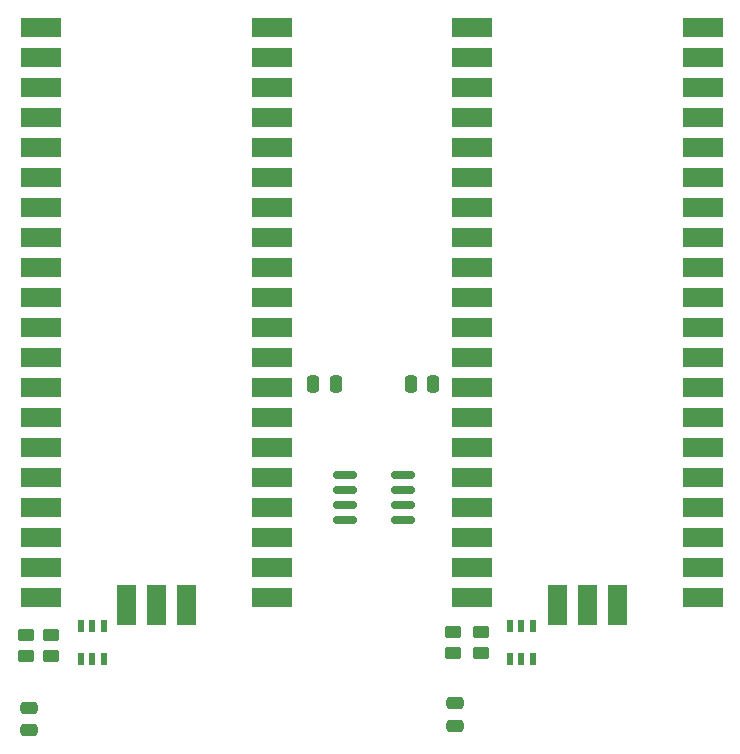
<source format=gbr>
%TF.GenerationSoftware,KiCad,Pcbnew,7.0.9*%
%TF.CreationDate,2024-09-14T16:33:58+02:00*%
%TF.ProjectId,DeskHop_Rev1,4465736b-486f-4705-9f52-6576312e6b69,rev?*%
%TF.SameCoordinates,Original*%
%TF.FileFunction,Paste,Top*%
%TF.FilePolarity,Positive*%
%FSLAX46Y46*%
G04 Gerber Fmt 4.6, Leading zero omitted, Abs format (unit mm)*
G04 Created by KiCad (PCBNEW 7.0.9) date 2024-09-14 16:33:58*
%MOMM*%
%LPD*%
G01*
G04 APERTURE LIST*
G04 Aperture macros list*
%AMRoundRect*
0 Rectangle with rounded corners*
0 $1 Rounding radius*
0 $2 $3 $4 $5 $6 $7 $8 $9 X,Y pos of 4 corners*
0 Add a 4 corners polygon primitive as box body*
4,1,4,$2,$3,$4,$5,$6,$7,$8,$9,$2,$3,0*
0 Add four circle primitives for the rounded corners*
1,1,$1+$1,$2,$3*
1,1,$1+$1,$4,$5*
1,1,$1+$1,$6,$7*
1,1,$1+$1,$8,$9*
0 Add four rect primitives between the rounded corners*
20,1,$1+$1,$2,$3,$4,$5,0*
20,1,$1+$1,$4,$5,$6,$7,0*
20,1,$1+$1,$6,$7,$8,$9,0*
20,1,$1+$1,$8,$9,$2,$3,0*%
G04 Aperture macros list end*
%ADD10C,0.100000*%
%ADD11RoundRect,0.250000X-0.250000X-0.475000X0.250000X-0.475000X0.250000X0.475000X-0.250000X0.475000X0*%
%ADD12RoundRect,0.250000X-0.475000X0.250000X-0.475000X-0.250000X0.475000X-0.250000X0.475000X0.250000X0*%
%ADD13R,0.550013X1.000000*%
%ADD14RoundRect,0.250000X-0.450000X0.262500X-0.450000X-0.262500X0.450000X-0.262500X0.450000X0.262500X0*%
%ADD15RoundRect,0.150000X-0.825000X-0.150000X0.825000X-0.150000X0.825000X0.150000X-0.825000X0.150000X0*%
%ADD16RoundRect,0.250000X0.250000X0.475000X-0.250000X0.475000X-0.250000X-0.475000X0.250000X-0.475000X0*%
G04 APERTURE END LIST*
D10*
X60317381Y-83568061D02*
X57015381Y-83568061D01*
X57015381Y-82044061D01*
X60317381Y-82044061D01*
X60317381Y-83568061D01*
G36*
X60317381Y-83568061D02*
G01*
X57015381Y-83568061D01*
X57015381Y-82044061D01*
X60317381Y-82044061D01*
X60317381Y-83568061D01*
G37*
X96774000Y-81026000D02*
X93472000Y-81026000D01*
X93472000Y-79502000D01*
X96774000Y-79502000D01*
X96774000Y-81026000D01*
G36*
X96774000Y-81026000D02*
G01*
X93472000Y-81026000D01*
X93472000Y-79502000D01*
X96774000Y-79502000D01*
X96774000Y-81026000D01*
G37*
X60315734Y-70825047D02*
X57013734Y-70825047D01*
X57013734Y-69301047D01*
X60315734Y-69301047D01*
X60315734Y-70825047D01*
G36*
X60315734Y-70825047D02*
G01*
X57013734Y-70825047D01*
X57013734Y-69301047D01*
X60315734Y-69301047D01*
X60315734Y-70825047D01*
G37*
X40721244Y-68282544D02*
X37419244Y-68282544D01*
X37419244Y-66758544D01*
X40721244Y-66758544D01*
X40721244Y-68282544D01*
G36*
X40721244Y-68282544D02*
G01*
X37419244Y-68282544D01*
X37419244Y-66758544D01*
X40721244Y-66758544D01*
X40721244Y-68282544D01*
G37*
X77216000Y-88646000D02*
X73914000Y-88646000D01*
X73914000Y-87122000D01*
X77216000Y-87122000D01*
X77216000Y-88646000D01*
G36*
X77216000Y-88646000D02*
G01*
X73914000Y-88646000D01*
X73914000Y-87122000D01*
X77216000Y-87122000D01*
X77216000Y-88646000D01*
G37*
X40721244Y-78442544D02*
X37419244Y-78442544D01*
X37419244Y-76918544D01*
X40721244Y-76918544D01*
X40721244Y-78442544D01*
G36*
X40721244Y-78442544D02*
G01*
X37419244Y-78442544D01*
X37419244Y-76918544D01*
X40721244Y-76918544D01*
X40721244Y-78442544D01*
G37*
X40721244Y-60662544D02*
X37419244Y-60662544D01*
X37419244Y-59138544D01*
X40721244Y-59138544D01*
X40721244Y-60662544D01*
G36*
X40721244Y-60662544D02*
G01*
X37419244Y-60662544D01*
X37419244Y-59138544D01*
X40721244Y-59138544D01*
X40721244Y-60662544D01*
G37*
X96774000Y-50546000D02*
X93472000Y-50546000D01*
X93472000Y-49022000D01*
X96774000Y-49022000D01*
X96774000Y-50546000D01*
G36*
X96774000Y-50546000D02*
G01*
X93472000Y-50546000D01*
X93472000Y-49022000D01*
X96774000Y-49022000D01*
X96774000Y-50546000D01*
G37*
X96774000Y-70866000D02*
X93472000Y-70866000D01*
X93472000Y-69342000D01*
X96774000Y-69342000D01*
X96774000Y-70866000D01*
G36*
X96774000Y-70866000D02*
G01*
X93472000Y-70866000D01*
X93472000Y-69342000D01*
X96774000Y-69342000D01*
X96774000Y-70866000D01*
G37*
X77216000Y-81026000D02*
X73914000Y-81026000D01*
X73914000Y-79502000D01*
X77216000Y-79502000D01*
X77216000Y-81026000D01*
G36*
X77216000Y-81026000D02*
G01*
X73914000Y-81026000D01*
X73914000Y-79502000D01*
X77216000Y-79502000D01*
X77216000Y-81026000D01*
G37*
X96774000Y-88646000D02*
X93472000Y-88646000D01*
X93472000Y-87122000D01*
X96774000Y-87122000D01*
X96774000Y-88646000D01*
G36*
X96774000Y-88646000D02*
G01*
X93472000Y-88646000D01*
X93472000Y-87122000D01*
X96774000Y-87122000D01*
X96774000Y-88646000D01*
G37*
X60315734Y-73365047D02*
X57013734Y-73365047D01*
X57013734Y-71841047D01*
X60315734Y-71841047D01*
X60315734Y-73365047D01*
G36*
X60315734Y-73365047D02*
G01*
X57013734Y-73365047D01*
X57013734Y-71841047D01*
X60315734Y-71841047D01*
X60315734Y-73365047D01*
G37*
X96774000Y-68326000D02*
X93472000Y-68326000D01*
X93472000Y-66802000D01*
X96774000Y-66802000D01*
X96774000Y-68326000D01*
G36*
X96774000Y-68326000D02*
G01*
X93472000Y-68326000D01*
X93472000Y-66802000D01*
X96774000Y-66802000D01*
X96774000Y-68326000D01*
G37*
X60315734Y-75905047D02*
X57013734Y-75905047D01*
X57013734Y-74381047D01*
X60315734Y-74381047D01*
X60315734Y-75905047D01*
G36*
X60315734Y-75905047D02*
G01*
X57013734Y-75905047D01*
X57013734Y-74381047D01*
X60315734Y-74381047D01*
X60315734Y-75905047D01*
G37*
X96774000Y-91186000D02*
X93472000Y-91186000D01*
X93472000Y-89662000D01*
X96774000Y-89662000D01*
X96774000Y-91186000D01*
G36*
X96774000Y-91186000D02*
G01*
X93472000Y-91186000D01*
X93472000Y-89662000D01*
X96774000Y-89662000D01*
X96774000Y-91186000D01*
G37*
X49654297Y-95249999D02*
X48130297Y-95249999D01*
X48130297Y-91947999D01*
X49654297Y-91947999D01*
X49654297Y-95249999D01*
G36*
X49654297Y-95249999D02*
G01*
X48130297Y-95249999D01*
X48130297Y-91947999D01*
X49654297Y-91947999D01*
X49654297Y-95249999D01*
G37*
X40721244Y-73362544D02*
X37419244Y-73362544D01*
X37419244Y-71838544D01*
X40721244Y-71838544D01*
X40721244Y-73362544D01*
G36*
X40721244Y-73362544D02*
G01*
X37419244Y-73362544D01*
X37419244Y-71838544D01*
X40721244Y-71838544D01*
X40721244Y-73362544D01*
G37*
X77216000Y-68326000D02*
X73914000Y-68326000D01*
X73914000Y-66802000D01*
X77216000Y-66802000D01*
X77216000Y-68326000D01*
G36*
X77216000Y-68326000D02*
G01*
X73914000Y-68326000D01*
X73914000Y-66802000D01*
X77216000Y-66802000D01*
X77216000Y-68326000D01*
G37*
X96774000Y-65786000D02*
X93472000Y-65786000D01*
X93472000Y-64262000D01*
X96774000Y-64262000D01*
X96774000Y-65786000D01*
G36*
X96774000Y-65786000D02*
G01*
X93472000Y-65786000D01*
X93472000Y-64262000D01*
X96774000Y-64262000D01*
X96774000Y-65786000D01*
G37*
X96774000Y-86106000D02*
X93472000Y-86106000D01*
X93472000Y-84582000D01*
X96774000Y-84582000D01*
X96774000Y-86106000D01*
G36*
X96774000Y-86106000D02*
G01*
X93472000Y-86106000D01*
X93472000Y-84582000D01*
X96774000Y-84582000D01*
X96774000Y-86106000D01*
G37*
X60317381Y-93728061D02*
X57015381Y-93728061D01*
X57015381Y-92204061D01*
X60317381Y-92204061D01*
X60317381Y-93728061D01*
G36*
X60317381Y-93728061D02*
G01*
X57015381Y-93728061D01*
X57015381Y-92204061D01*
X60317381Y-92204061D01*
X60317381Y-93728061D01*
G37*
X77216000Y-50546000D02*
X73914000Y-50546000D01*
X73914000Y-49022000D01*
X77216000Y-49022000D01*
X77216000Y-50546000D01*
G36*
X77216000Y-50546000D02*
G01*
X73914000Y-50546000D01*
X73914000Y-49022000D01*
X77216000Y-49022000D01*
X77216000Y-50546000D01*
G37*
X96774000Y-58166000D02*
X93472000Y-58166000D01*
X93472000Y-56642000D01*
X96774000Y-56642000D01*
X96774000Y-58166000D01*
G36*
X96774000Y-58166000D02*
G01*
X93472000Y-58166000D01*
X93472000Y-56642000D01*
X96774000Y-56642000D01*
X96774000Y-58166000D01*
G37*
X40717563Y-47970959D02*
X37415563Y-47970959D01*
X37415563Y-46446959D01*
X40717563Y-46446959D01*
X40717563Y-47970959D01*
G36*
X40717563Y-47970959D02*
G01*
X37415563Y-47970959D01*
X37415563Y-46446959D01*
X40717563Y-46446959D01*
X40717563Y-47970959D01*
G37*
X77216000Y-60706000D02*
X73914000Y-60706000D01*
X73914000Y-59182000D01*
X77216000Y-59182000D01*
X77216000Y-60706000D01*
G36*
X77216000Y-60706000D02*
G01*
X73914000Y-60706000D01*
X73914000Y-59182000D01*
X77216000Y-59182000D01*
X77216000Y-60706000D01*
G37*
X77216000Y-63246000D02*
X73914000Y-63246000D01*
X73914000Y-61722000D01*
X77216000Y-61722000D01*
X77216000Y-63246000D01*
G36*
X77216000Y-63246000D02*
G01*
X73914000Y-63246000D01*
X73914000Y-61722000D01*
X77216000Y-61722000D01*
X77216000Y-63246000D01*
G37*
X60275563Y-53050959D02*
X56973563Y-53050959D01*
X56973563Y-51526959D01*
X60275563Y-51526959D01*
X60275563Y-53050959D01*
G36*
X60275563Y-53050959D02*
G01*
X56973563Y-53050959D01*
X56973563Y-51526959D01*
X60275563Y-51526959D01*
X60275563Y-53050959D01*
G37*
X77216000Y-91186000D02*
X73914000Y-91186000D01*
X73914000Y-89662000D01*
X77216000Y-89662000D01*
X77216000Y-91186000D01*
G36*
X77216000Y-91186000D02*
G01*
X73914000Y-91186000D01*
X73914000Y-89662000D01*
X77216000Y-89662000D01*
X77216000Y-91186000D01*
G37*
X83566000Y-95250000D02*
X82042000Y-95250000D01*
X82042000Y-91948000D01*
X83566000Y-91948000D01*
X83566000Y-95250000D01*
G36*
X83566000Y-95250000D02*
G01*
X82042000Y-95250000D01*
X82042000Y-91948000D01*
X83566000Y-91948000D01*
X83566000Y-95250000D01*
G37*
X96774000Y-48006000D02*
X93472000Y-48006000D01*
X93472000Y-46482000D01*
X96774000Y-46482000D01*
X96774000Y-48006000D01*
G36*
X96774000Y-48006000D02*
G01*
X93472000Y-48006000D01*
X93472000Y-46482000D01*
X96774000Y-46482000D01*
X96774000Y-48006000D01*
G37*
X40721244Y-80982544D02*
X37419244Y-80982544D01*
X37419244Y-79458544D01*
X40721244Y-79458544D01*
X40721244Y-80982544D01*
G36*
X40721244Y-80982544D02*
G01*
X37419244Y-80982544D01*
X37419244Y-79458544D01*
X40721244Y-79458544D01*
X40721244Y-80982544D01*
G37*
X40721244Y-55582544D02*
X37419244Y-55582544D01*
X37419244Y-54058544D01*
X40721244Y-54058544D01*
X40721244Y-55582544D01*
G36*
X40721244Y-55582544D02*
G01*
X37419244Y-55582544D01*
X37419244Y-54058544D01*
X40721244Y-54058544D01*
X40721244Y-55582544D01*
G37*
X40717563Y-50510959D02*
X37415563Y-50510959D01*
X37415563Y-48986959D01*
X40717563Y-48986959D01*
X40717563Y-50510959D01*
G36*
X40717563Y-50510959D02*
G01*
X37415563Y-50510959D01*
X37415563Y-48986959D01*
X40717563Y-48986959D01*
X40717563Y-50510959D01*
G37*
X40721244Y-86062544D02*
X37419244Y-86062544D01*
X37419244Y-84538544D01*
X40721244Y-84538544D01*
X40721244Y-86062544D01*
G36*
X40721244Y-86062544D02*
G01*
X37419244Y-86062544D01*
X37419244Y-84538544D01*
X40721244Y-84538544D01*
X40721244Y-86062544D01*
G37*
X40721244Y-75902544D02*
X37419244Y-75902544D01*
X37419244Y-74378544D01*
X40721244Y-74378544D01*
X40721244Y-75902544D01*
G36*
X40721244Y-75902544D02*
G01*
X37419244Y-75902544D01*
X37419244Y-74378544D01*
X40721244Y-74378544D01*
X40721244Y-75902544D01*
G37*
X40721244Y-58122544D02*
X37419244Y-58122544D01*
X37419244Y-56598544D01*
X40721244Y-56598544D01*
X40721244Y-58122544D01*
G36*
X40721244Y-58122544D02*
G01*
X37419244Y-58122544D01*
X37419244Y-56598544D01*
X40721244Y-56598544D01*
X40721244Y-58122544D01*
G37*
X40717563Y-45430959D02*
X37415563Y-45430959D01*
X37415563Y-43906959D01*
X40717563Y-43906959D01*
X40717563Y-45430959D01*
G36*
X40717563Y-45430959D02*
G01*
X37415563Y-45430959D01*
X37415563Y-43906959D01*
X40717563Y-43906959D01*
X40717563Y-45430959D01*
G37*
X60317381Y-88648061D02*
X57015381Y-88648061D01*
X57015381Y-87124061D01*
X60317381Y-87124061D01*
X60317381Y-88648061D01*
G36*
X60317381Y-88648061D02*
G01*
X57015381Y-88648061D01*
X57015381Y-87124061D01*
X60317381Y-87124061D01*
X60317381Y-88648061D01*
G37*
X77216000Y-55626000D02*
X73914000Y-55626000D01*
X73914000Y-54102000D01*
X77216000Y-54102000D01*
X77216000Y-55626000D01*
G36*
X77216000Y-55626000D02*
G01*
X73914000Y-55626000D01*
X73914000Y-54102000D01*
X77216000Y-54102000D01*
X77216000Y-55626000D01*
G37*
X86106000Y-95250000D02*
X84582000Y-95250000D01*
X84582000Y-91948000D01*
X86106000Y-91948000D01*
X86106000Y-95250000D01*
G36*
X86106000Y-95250000D02*
G01*
X84582000Y-95250000D01*
X84582000Y-91948000D01*
X86106000Y-91948000D01*
X86106000Y-95250000D01*
G37*
X77216000Y-45466000D02*
X73914000Y-45466000D01*
X73914000Y-43942000D01*
X77216000Y-43942000D01*
X77216000Y-45466000D01*
G36*
X77216000Y-45466000D02*
G01*
X73914000Y-45466000D01*
X73914000Y-43942000D01*
X77216000Y-43942000D01*
X77216000Y-45466000D01*
G37*
X96774000Y-75946000D02*
X93472000Y-75946000D01*
X93472000Y-74422000D01*
X96774000Y-74422000D01*
X96774000Y-75946000D01*
G36*
X96774000Y-75946000D02*
G01*
X93472000Y-75946000D01*
X93472000Y-74422000D01*
X96774000Y-74422000D01*
X96774000Y-75946000D01*
G37*
X40721244Y-91142544D02*
X37419244Y-91142544D01*
X37419244Y-89618544D01*
X40721244Y-89618544D01*
X40721244Y-91142544D01*
G36*
X40721244Y-91142544D02*
G01*
X37419244Y-91142544D01*
X37419244Y-89618544D01*
X40721244Y-89618544D01*
X40721244Y-91142544D01*
G37*
X47114297Y-95249999D02*
X45590297Y-95249999D01*
X45590297Y-91947999D01*
X47114297Y-91947999D01*
X47114297Y-95249999D01*
G36*
X47114297Y-95249999D02*
G01*
X45590297Y-95249999D01*
X45590297Y-91947999D01*
X47114297Y-91947999D01*
X47114297Y-95249999D01*
G37*
X60275563Y-47970959D02*
X56973563Y-47970959D01*
X56973563Y-46446959D01*
X60275563Y-46446959D01*
X60275563Y-47970959D01*
G36*
X60275563Y-47970959D02*
G01*
X56973563Y-47970959D01*
X56973563Y-46446959D01*
X60275563Y-46446959D01*
X60275563Y-47970959D01*
G37*
X96774000Y-45466000D02*
X93472000Y-45466000D01*
X93472000Y-43942000D01*
X96774000Y-43942000D01*
X96774000Y-45466000D01*
G36*
X96774000Y-45466000D02*
G01*
X93472000Y-45466000D01*
X93472000Y-43942000D01*
X96774000Y-43942000D01*
X96774000Y-45466000D01*
G37*
X77216000Y-75946000D02*
X73914000Y-75946000D01*
X73914000Y-74422000D01*
X77216000Y-74422000D01*
X77216000Y-75946000D01*
G36*
X77216000Y-75946000D02*
G01*
X73914000Y-75946000D01*
X73914000Y-74422000D01*
X77216000Y-74422000D01*
X77216000Y-75946000D01*
G37*
X96774000Y-63246000D02*
X93472000Y-63246000D01*
X93472000Y-61722000D01*
X96774000Y-61722000D01*
X96774000Y-63246000D01*
G36*
X96774000Y-63246000D02*
G01*
X93472000Y-63246000D01*
X93472000Y-61722000D01*
X96774000Y-61722000D01*
X96774000Y-63246000D01*
G37*
X60275563Y-50510959D02*
X56973563Y-50510959D01*
X56973563Y-48986959D01*
X60275563Y-48986959D01*
X60275563Y-50510959D01*
G36*
X60275563Y-50510959D02*
G01*
X56973563Y-50510959D01*
X56973563Y-48986959D01*
X60275563Y-48986959D01*
X60275563Y-50510959D01*
G37*
X60315734Y-63205047D02*
X57013734Y-63205047D01*
X57013734Y-61681047D01*
X60315734Y-61681047D01*
X60315734Y-63205047D01*
G36*
X60315734Y-63205047D02*
G01*
X57013734Y-63205047D01*
X57013734Y-61681047D01*
X60315734Y-61681047D01*
X60315734Y-63205047D01*
G37*
X96774000Y-55626000D02*
X93472000Y-55626000D01*
X93472000Y-54102000D01*
X96774000Y-54102000D01*
X96774000Y-55626000D01*
G36*
X96774000Y-55626000D02*
G01*
X93472000Y-55626000D01*
X93472000Y-54102000D01*
X96774000Y-54102000D01*
X96774000Y-55626000D01*
G37*
X60317381Y-91188061D02*
X57015381Y-91188061D01*
X57015381Y-89664061D01*
X60317381Y-89664061D01*
X60317381Y-91188061D01*
G36*
X60317381Y-91188061D02*
G01*
X57015381Y-91188061D01*
X57015381Y-89664061D01*
X60317381Y-89664061D01*
X60317381Y-91188061D01*
G37*
X77216000Y-83566000D02*
X73914000Y-83566000D01*
X73914000Y-82042000D01*
X77216000Y-82042000D01*
X77216000Y-83566000D01*
G36*
X77216000Y-83566000D02*
G01*
X73914000Y-83566000D01*
X73914000Y-82042000D01*
X77216000Y-82042000D01*
X77216000Y-83566000D01*
G37*
X60275563Y-45430959D02*
X56973563Y-45430959D01*
X56973563Y-43906959D01*
X60275563Y-43906959D01*
X60275563Y-45430959D01*
G36*
X60275563Y-45430959D02*
G01*
X56973563Y-45430959D01*
X56973563Y-43906959D01*
X60275563Y-43906959D01*
X60275563Y-45430959D01*
G37*
X96774000Y-93726000D02*
X93472000Y-93726000D01*
X93472000Y-92202000D01*
X96774000Y-92202000D01*
X96774000Y-93726000D01*
G36*
X96774000Y-93726000D02*
G01*
X93472000Y-93726000D01*
X93472000Y-92202000D01*
X96774000Y-92202000D01*
X96774000Y-93726000D01*
G37*
X60317381Y-78488061D02*
X57015381Y-78488061D01*
X57015381Y-76964061D01*
X60317381Y-76964061D01*
X60317381Y-78488061D01*
G36*
X60317381Y-78488061D02*
G01*
X57015381Y-78488061D01*
X57015381Y-76964061D01*
X60317381Y-76964061D01*
X60317381Y-78488061D01*
G37*
X40721244Y-88602544D02*
X37419244Y-88602544D01*
X37419244Y-87078544D01*
X40721244Y-87078544D01*
X40721244Y-88602544D01*
G36*
X40721244Y-88602544D02*
G01*
X37419244Y-88602544D01*
X37419244Y-87078544D01*
X40721244Y-87078544D01*
X40721244Y-88602544D01*
G37*
X52194297Y-95249999D02*
X50670297Y-95249999D01*
X50670297Y-91947999D01*
X52194297Y-91947999D01*
X52194297Y-95249999D01*
G36*
X52194297Y-95249999D02*
G01*
X50670297Y-95249999D01*
X50670297Y-91947999D01*
X52194297Y-91947999D01*
X52194297Y-95249999D01*
G37*
X60315734Y-65745047D02*
X57013734Y-65745047D01*
X57013734Y-64221047D01*
X60315734Y-64221047D01*
X60315734Y-65745047D01*
G36*
X60315734Y-65745047D02*
G01*
X57013734Y-65745047D01*
X57013734Y-64221047D01*
X60315734Y-64221047D01*
X60315734Y-65745047D01*
G37*
X77216000Y-53086000D02*
X73914000Y-53086000D01*
X73914000Y-51562000D01*
X77216000Y-51562000D01*
X77216000Y-53086000D01*
G36*
X77216000Y-53086000D02*
G01*
X73914000Y-53086000D01*
X73914000Y-51562000D01*
X77216000Y-51562000D01*
X77216000Y-53086000D01*
G37*
X96774000Y-53086000D02*
X93472000Y-53086000D01*
X93472000Y-51562000D01*
X96774000Y-51562000D01*
X96774000Y-53086000D01*
G36*
X96774000Y-53086000D02*
G01*
X93472000Y-53086000D01*
X93472000Y-51562000D01*
X96774000Y-51562000D01*
X96774000Y-53086000D01*
G37*
X40721244Y-70822544D02*
X37419244Y-70822544D01*
X37419244Y-69298544D01*
X40721244Y-69298544D01*
X40721244Y-70822544D01*
G36*
X40721244Y-70822544D02*
G01*
X37419244Y-70822544D01*
X37419244Y-69298544D01*
X40721244Y-69298544D01*
X40721244Y-70822544D01*
G37*
X40721244Y-93682544D02*
X37419244Y-93682544D01*
X37419244Y-92158544D01*
X40721244Y-92158544D01*
X40721244Y-93682544D01*
G36*
X40721244Y-93682544D02*
G01*
X37419244Y-93682544D01*
X37419244Y-92158544D01*
X40721244Y-92158544D01*
X40721244Y-93682544D01*
G37*
X96774000Y-83566000D02*
X93472000Y-83566000D01*
X93472000Y-82042000D01*
X96774000Y-82042000D01*
X96774000Y-83566000D01*
G36*
X96774000Y-83566000D02*
G01*
X93472000Y-83566000D01*
X93472000Y-82042000D01*
X96774000Y-82042000D01*
X96774000Y-83566000D01*
G37*
X77216000Y-58166000D02*
X73914000Y-58166000D01*
X73914000Y-56642000D01*
X77216000Y-56642000D01*
X77216000Y-58166000D01*
G36*
X77216000Y-58166000D02*
G01*
X73914000Y-58166000D01*
X73914000Y-56642000D01*
X77216000Y-56642000D01*
X77216000Y-58166000D01*
G37*
X77216000Y-48006000D02*
X73914000Y-48006000D01*
X73914000Y-46482000D01*
X77216000Y-46482000D01*
X77216000Y-48006000D01*
G36*
X77216000Y-48006000D02*
G01*
X73914000Y-48006000D01*
X73914000Y-46482000D01*
X77216000Y-46482000D01*
X77216000Y-48006000D01*
G37*
X60315734Y-60665047D02*
X57013734Y-60665047D01*
X57013734Y-59141047D01*
X60315734Y-59141047D01*
X60315734Y-60665047D01*
G36*
X60315734Y-60665047D02*
G01*
X57013734Y-60665047D01*
X57013734Y-59141047D01*
X60315734Y-59141047D01*
X60315734Y-60665047D01*
G37*
X96774000Y-78486000D02*
X93472000Y-78486000D01*
X93472000Y-76962000D01*
X96774000Y-76962000D01*
X96774000Y-78486000D01*
G36*
X96774000Y-78486000D02*
G01*
X93472000Y-78486000D01*
X93472000Y-76962000D01*
X96774000Y-76962000D01*
X96774000Y-78486000D01*
G37*
X60315734Y-68285047D02*
X57013734Y-68285047D01*
X57013734Y-66761047D01*
X60315734Y-66761047D01*
X60315734Y-68285047D01*
G36*
X60315734Y-68285047D02*
G01*
X57013734Y-68285047D01*
X57013734Y-66761047D01*
X60315734Y-66761047D01*
X60315734Y-68285047D01*
G37*
X60317381Y-81028061D02*
X57015381Y-81028061D01*
X57015381Y-79504061D01*
X60317381Y-79504061D01*
X60317381Y-81028061D01*
G36*
X60317381Y-81028061D02*
G01*
X57015381Y-81028061D01*
X57015381Y-79504061D01*
X60317381Y-79504061D01*
X60317381Y-81028061D01*
G37*
X77216000Y-86106000D02*
X73914000Y-86106000D01*
X73914000Y-84582000D01*
X77216000Y-84582000D01*
X77216000Y-86106000D01*
G36*
X77216000Y-86106000D02*
G01*
X73914000Y-86106000D01*
X73914000Y-84582000D01*
X77216000Y-84582000D01*
X77216000Y-86106000D01*
G37*
X77216000Y-65786000D02*
X73914000Y-65786000D01*
X73914000Y-64262000D01*
X77216000Y-64262000D01*
X77216000Y-65786000D01*
G36*
X77216000Y-65786000D02*
G01*
X73914000Y-65786000D01*
X73914000Y-64262000D01*
X77216000Y-64262000D01*
X77216000Y-65786000D01*
G37*
X40721244Y-65742544D02*
X37419244Y-65742544D01*
X37419244Y-64218544D01*
X40721244Y-64218544D01*
X40721244Y-65742544D01*
G36*
X40721244Y-65742544D02*
G01*
X37419244Y-65742544D01*
X37419244Y-64218544D01*
X40721244Y-64218544D01*
X40721244Y-65742544D01*
G37*
X96774000Y-60706000D02*
X93472000Y-60706000D01*
X93472000Y-59182000D01*
X96774000Y-59182000D01*
X96774000Y-60706000D01*
G36*
X96774000Y-60706000D02*
G01*
X93472000Y-60706000D01*
X93472000Y-59182000D01*
X96774000Y-59182000D01*
X96774000Y-60706000D01*
G37*
X77216000Y-73406000D02*
X73914000Y-73406000D01*
X73914000Y-71882000D01*
X77216000Y-71882000D01*
X77216000Y-73406000D01*
G36*
X77216000Y-73406000D02*
G01*
X73914000Y-73406000D01*
X73914000Y-71882000D01*
X77216000Y-71882000D01*
X77216000Y-73406000D01*
G37*
X77216000Y-78486000D02*
X73914000Y-78486000D01*
X73914000Y-76962000D01*
X77216000Y-76962000D01*
X77216000Y-78486000D01*
G36*
X77216000Y-78486000D02*
G01*
X73914000Y-78486000D01*
X73914000Y-76962000D01*
X77216000Y-76962000D01*
X77216000Y-78486000D01*
G37*
X40717563Y-53050959D02*
X37415563Y-53050959D01*
X37415563Y-51526959D01*
X40717563Y-51526959D01*
X40717563Y-53050959D01*
G36*
X40717563Y-53050959D02*
G01*
X37415563Y-53050959D01*
X37415563Y-51526959D01*
X40717563Y-51526959D01*
X40717563Y-53050959D01*
G37*
X60315734Y-55585047D02*
X57013734Y-55585047D01*
X57013734Y-54061047D01*
X60315734Y-54061047D01*
X60315734Y-55585047D01*
G36*
X60315734Y-55585047D02*
G01*
X57013734Y-55585047D01*
X57013734Y-54061047D01*
X60315734Y-54061047D01*
X60315734Y-55585047D01*
G37*
X40721244Y-83522544D02*
X37419244Y-83522544D01*
X37419244Y-81998544D01*
X40721244Y-81998544D01*
X40721244Y-83522544D01*
G36*
X40721244Y-83522544D02*
G01*
X37419244Y-83522544D01*
X37419244Y-81998544D01*
X40721244Y-81998544D01*
X40721244Y-83522544D01*
G37*
X96774000Y-73406000D02*
X93472000Y-73406000D01*
X93472000Y-71882000D01*
X96774000Y-71882000D01*
X96774000Y-73406000D01*
G36*
X96774000Y-73406000D02*
G01*
X93472000Y-73406000D01*
X93472000Y-71882000D01*
X96774000Y-71882000D01*
X96774000Y-73406000D01*
G37*
X77216000Y-70866000D02*
X73914000Y-70866000D01*
X73914000Y-69342000D01*
X77216000Y-69342000D01*
X77216000Y-70866000D01*
G36*
X77216000Y-70866000D02*
G01*
X73914000Y-70866000D01*
X73914000Y-69342000D01*
X77216000Y-69342000D01*
X77216000Y-70866000D01*
G37*
X88646000Y-95250000D02*
X87122000Y-95250000D01*
X87122000Y-91948000D01*
X88646000Y-91948000D01*
X88646000Y-95250000D01*
G36*
X88646000Y-95250000D02*
G01*
X87122000Y-95250000D01*
X87122000Y-91948000D01*
X88646000Y-91948000D01*
X88646000Y-95250000D01*
G37*
X40721244Y-63202544D02*
X37419244Y-63202544D01*
X37419244Y-61678544D01*
X40721244Y-61678544D01*
X40721244Y-63202544D01*
G36*
X40721244Y-63202544D02*
G01*
X37419244Y-63202544D01*
X37419244Y-61678544D01*
X40721244Y-61678544D01*
X40721244Y-63202544D01*
G37*
X77216000Y-93726000D02*
X73914000Y-93726000D01*
X73914000Y-92202000D01*
X77216000Y-92202000D01*
X77216000Y-93726000D01*
G36*
X77216000Y-93726000D02*
G01*
X73914000Y-93726000D01*
X73914000Y-92202000D01*
X77216000Y-92202000D01*
X77216000Y-93726000D01*
G37*
X60315734Y-58125047D02*
X57013734Y-58125047D01*
X57013734Y-56601047D01*
X60315734Y-56601047D01*
X60315734Y-58125047D01*
G36*
X60315734Y-58125047D02*
G01*
X57013734Y-58125047D01*
X57013734Y-56601047D01*
X60315734Y-56601047D01*
X60315734Y-58125047D01*
G37*
X60317381Y-86108061D02*
X57015381Y-86108061D01*
X57015381Y-84584061D01*
X60317381Y-84584061D01*
X60317381Y-86108061D01*
G36*
X60317381Y-86108061D02*
G01*
X57015381Y-86108061D01*
X57015381Y-84584061D01*
X60317381Y-84584061D01*
X60317381Y-86108061D01*
G37*
D11*
%TO.C,C2*%
X70424000Y-74930000D03*
X72324000Y-74930000D03*
%TD*%
D12*
%TO.C,C4*%
X74168000Y-101920000D03*
X74168000Y-103820000D03*
%TD*%
D13*
%TO.C,U3*%
X80756396Y-95359949D03*
X79806434Y-95359949D03*
X78856472Y-95359949D03*
X78856472Y-98160051D03*
X79806434Y-98160051D03*
X80756396Y-98160051D03*
%TD*%
D14*
%TO.C,R3*%
X37846000Y-96115500D03*
X37846000Y-97940500D03*
%TD*%
%TO.C,R2*%
X76403200Y-95861500D03*
X76403200Y-97686500D03*
%TD*%
D13*
%TO.C,U5*%
X44419860Y-95369949D03*
X43469898Y-95369949D03*
X42519936Y-95369949D03*
X42519936Y-98170051D03*
X43469898Y-98170051D03*
X44419860Y-98170051D03*
%TD*%
D14*
%TO.C,R1*%
X74015600Y-95861500D03*
X74015600Y-97686500D03*
%TD*%
D15*
%TO.C,U4*%
X64835000Y-82571110D03*
X64835000Y-83841110D03*
X64835000Y-85111110D03*
X64835000Y-86381110D03*
X69785000Y-86381110D03*
X69785000Y-85111110D03*
X69785000Y-83841110D03*
X69785000Y-82571110D03*
%TD*%
D14*
%TO.C,R4*%
X40005000Y-96115500D03*
X40005000Y-97940500D03*
%TD*%
D12*
%TO.C,C3*%
X38100000Y-102301000D03*
X38100000Y-104201000D03*
%TD*%
D16*
%TO.C,C1*%
X64069000Y-74930000D03*
X62169000Y-74930000D03*
%TD*%
M02*

</source>
